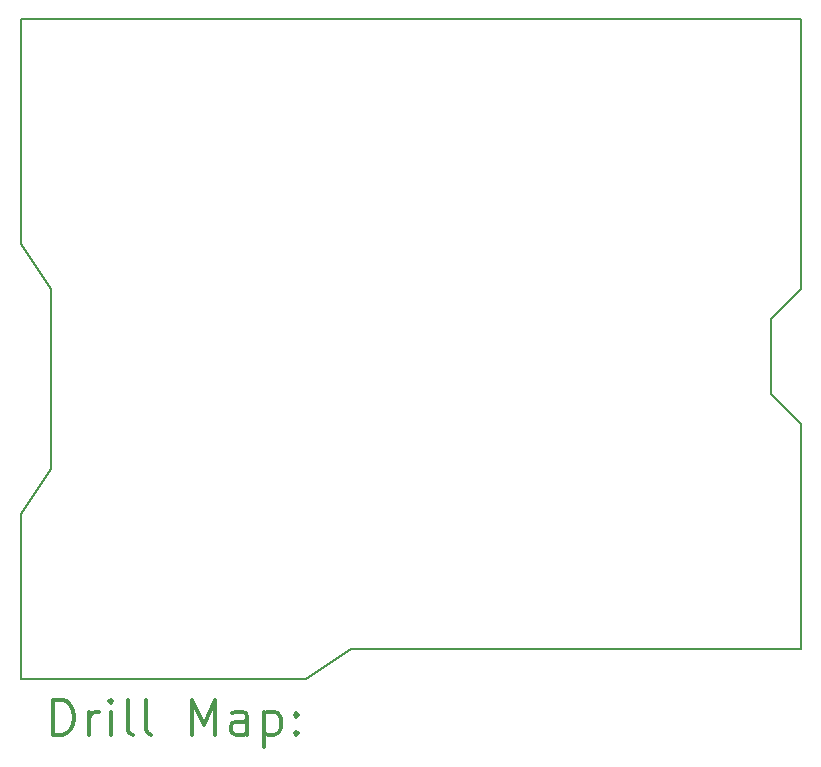
<source format=gbr>
%FSLAX45Y45*%
G04 Gerber Fmt 4.5, Leading zero omitted, Abs format (unit mm)*
G04 Created by KiCad (PCBNEW 5.0.0) date Tue Jul 31 16:14:17 2018*
%MOMM*%
%LPD*%
G01*
G04 APERTURE LIST*
%ADD10C,0.150000*%
%ADD11C,0.200000*%
%ADD12C,0.300000*%
G04 APERTURE END LIST*
D10*
X18669000Y-9906000D02*
X18669000Y-11811000D01*
X14859000Y-11811000D02*
X14478000Y-12065000D01*
X18669000Y-11811000D02*
X14859000Y-11811000D01*
D11*
X12065000Y-6477000D02*
X18669000Y-6477000D01*
X12065000Y-8382000D02*
X12065000Y-6477000D01*
X12065000Y-10668000D02*
X12065000Y-12065000D01*
D10*
X18669000Y-8763000D02*
X18669000Y-6477000D01*
X18415000Y-9017000D02*
X18669000Y-8763000D01*
X18415000Y-9652000D02*
X18415000Y-9017000D01*
X18669000Y-9906000D02*
X18415000Y-9652000D01*
D11*
X12319000Y-8763000D02*
X12319000Y-10287000D01*
X12065000Y-8382000D02*
X12319000Y-8763000D01*
X12065000Y-12065000D02*
X14478000Y-12065000D01*
X12319000Y-10287000D02*
X12065000Y-10668000D01*
D11*
D12*
X12341428Y-12540714D02*
X12341428Y-12240714D01*
X12412857Y-12240714D01*
X12455714Y-12255000D01*
X12484286Y-12283571D01*
X12498571Y-12312143D01*
X12512857Y-12369286D01*
X12512857Y-12412143D01*
X12498571Y-12469286D01*
X12484286Y-12497857D01*
X12455714Y-12526429D01*
X12412857Y-12540714D01*
X12341428Y-12540714D01*
X12641428Y-12540714D02*
X12641428Y-12340714D01*
X12641428Y-12397857D02*
X12655714Y-12369286D01*
X12670000Y-12355000D01*
X12698571Y-12340714D01*
X12727143Y-12340714D01*
X12827143Y-12540714D02*
X12827143Y-12340714D01*
X12827143Y-12240714D02*
X12812857Y-12255000D01*
X12827143Y-12269286D01*
X12841428Y-12255000D01*
X12827143Y-12240714D01*
X12827143Y-12269286D01*
X13012857Y-12540714D02*
X12984286Y-12526429D01*
X12970000Y-12497857D01*
X12970000Y-12240714D01*
X13170000Y-12540714D02*
X13141428Y-12526429D01*
X13127143Y-12497857D01*
X13127143Y-12240714D01*
X13512857Y-12540714D02*
X13512857Y-12240714D01*
X13612857Y-12455000D01*
X13712857Y-12240714D01*
X13712857Y-12540714D01*
X13984286Y-12540714D02*
X13984286Y-12383571D01*
X13970000Y-12355000D01*
X13941428Y-12340714D01*
X13884286Y-12340714D01*
X13855714Y-12355000D01*
X13984286Y-12526429D02*
X13955714Y-12540714D01*
X13884286Y-12540714D01*
X13855714Y-12526429D01*
X13841428Y-12497857D01*
X13841428Y-12469286D01*
X13855714Y-12440714D01*
X13884286Y-12426429D01*
X13955714Y-12426429D01*
X13984286Y-12412143D01*
X14127143Y-12340714D02*
X14127143Y-12640714D01*
X14127143Y-12355000D02*
X14155714Y-12340714D01*
X14212857Y-12340714D01*
X14241428Y-12355000D01*
X14255714Y-12369286D01*
X14270000Y-12397857D01*
X14270000Y-12483571D01*
X14255714Y-12512143D01*
X14241428Y-12526429D01*
X14212857Y-12540714D01*
X14155714Y-12540714D01*
X14127143Y-12526429D01*
X14398571Y-12512143D02*
X14412857Y-12526429D01*
X14398571Y-12540714D01*
X14384286Y-12526429D01*
X14398571Y-12512143D01*
X14398571Y-12540714D01*
X14398571Y-12355000D02*
X14412857Y-12369286D01*
X14398571Y-12383571D01*
X14384286Y-12369286D01*
X14398571Y-12355000D01*
X14398571Y-12383571D01*
M02*

</source>
